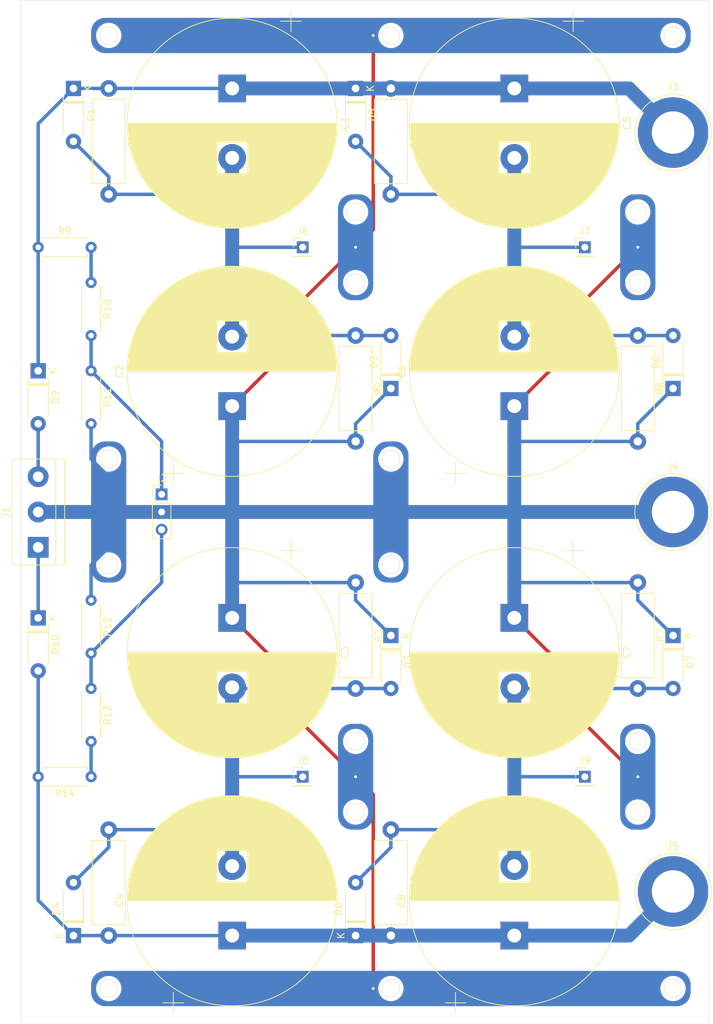
<source format=kicad_pcb>
(kicad_pcb (version 20171130) (host pcbnew "(5.1.4)-1")
  (layers (0 F.Cu signal) (31 B.Cu signal) (34 B.Paste user) (35 F.Paste user) (36 B.SilkS user) (37 F.SilkS user) (38 B.Mask user) (39 F.Mask user) (44 Edge.Cuts user))
  (net 0 "")
  (net 1 "Net-(C1-Pad2)")
  (net 2 GND)
  (net 3 "Net-(C3-Pad2)")
  (net 4 "Net-(C5-Pad2)")
  (net 5 "Net-(C7-Pad2)")
  (net 6 "Net-(J2-Pad3)")
  (net 7 "Net-(J2-Pad1)")
  (net 8 -VDC)
  (net 9 +VDC)
  (net 10 "Net-(C1-Pad1)")
  (net 11 "Net-(C4-Pad1)")
  (net 12 "Net-(R10-Pad1)")
  (net 13 "Net-(R13-Pad2)")
  (module Diode_THT:D_DO-41_SOD81_P7.62mm_Horizontal (layer F.Cu) (at 58.42 35.56 270)
    (fp_text reference D1 (at 3.81 -2.47 90) (layer F.SilkS))
    (fp_text value 1N4007)
    (fp_text user K (at 0 -2.1 90) (layer F.SilkS))
    (pad 1 thru_hole rect (at 0 0 270) (size 2.2 2.2) (drill 1.1) (layers *.Cu *.Mask) (net 10 "Net-(C1-Pad1)"))
    (pad 2 thru_hole oval (at 7.62 0 270) (size 2.2 2.2) (drill 1.1) (layers *.Cu *.Mask) (net 1 "Net-(C1-Pad2)"))
  )
  (module Diode_THT:D_DO-41_SOD81_P7.62mm_Horizontal (layer F.Cu) (at 53.34 111.76 270)
    (fp_text reference D10 (at 3.81 -2.47 90) (layer F.SilkS))
    (fp_text value 1N4007)
    (fp_text user K (at 0 -2.1 90) (layer F.SilkS))
    (pad 2 thru_hole oval (at 7.62 0 270) (size 2.2 2.2) (drill 1.1) (layers *.Cu *.Mask) (net 11 "Net-(C4-Pad1)"))
    (pad 1 thru_hole rect (at 0 0 270) (size 2.2 2.2) (drill 1.1) (layers *.Cu *.Mask) (net 8 -VDC))
  )
  (module Diode_THT:D_DO-41_SOD81_P7.62mm_Horizontal (layer F.Cu) (at 53.34 76.2 270)
    (fp_text reference D9 (at 3.81 -2.47 90) (layer F.SilkS))
    (fp_text value 1N4007)
    (fp_text user K (at 0 -2.1 90) (layer F.SilkS))
    (pad 2 thru_hole oval (at 7.62 0 270) (size 2.2 2.2) (drill 1.1) (layers *.Cu *.Mask) (net 9 +VDC))
    (pad 1 thru_hole rect (at 0 0 270) (size 2.2 2.2) (drill 1.1) (layers *.Cu *.Mask) (net 10 "Net-(C1-Pad1)"))
  )
  (module Diode_THT:D_DO-41_SOD81_P7.62mm_Horizontal (layer F.Cu) (at 99.06 157.48 90)
    (fp_text reference D8 (at 3.81 -2.47 90) (layer F.SilkS))
    (fp_text value 1N4007)
    (fp_text user K (at 0 -2.1 90) (layer F.SilkS))
    (pad 2 thru_hole oval (at 7.62 0 90) (size 2.2 2.2) (drill 1.1) (layers *.Cu *.Mask) (net 5 "Net-(C7-Pad2)"))
    (pad 1 thru_hole rect (at 0 0 90) (size 2.2 2.2) (drill 1.1) (layers *.Cu *.Mask) (net 11 "Net-(C4-Pad1)"))
  )
  (module Diode_THT:D_DO-41_SOD81_P7.62mm_Horizontal (layer F.Cu) (at 144.78 114.3 270)
    (fp_text reference D7 (at 3.81 -2.47 90) (layer F.SilkS))
    (fp_text value 1N4007)
    (fp_text user K (at 0 -2.1 90) (layer F.SilkS))
    (pad 1 thru_hole rect (at 0 0 270) (size 2.2 2.2) (drill 1.1) (layers *.Cu *.Mask) (net 2 GND))
    (pad 2 thru_hole oval (at 7.62 0 270) (size 2.2 2.2) (drill 1.1) (layers *.Cu *.Mask) (net 5 "Net-(C7-Pad2)"))
  )
  (module Diode_THT:D_DO-41_SOD81_P7.62mm_Horizontal (layer F.Cu) (at 144.78 78.74 90)
    (fp_text reference D6 (at 3.81 -2.47 90) (layer F.SilkS))
    (fp_text value 1N4007)
    (fp_text user K (at 0 -2.1 90) (layer F.SilkS))
    (pad 1 thru_hole rect (at 0 0 90) (size 2.2 2.2) (drill 1.1) (layers *.Cu *.Mask) (net 2 GND))
    (pad 2 thru_hole oval (at 7.62 0 90) (size 2.2 2.2) (drill 1.1) (layers *.Cu *.Mask) (net 4 "Net-(C5-Pad2)"))
  )
  (module Diode_THT:D_DO-41_SOD81_P7.62mm_Horizontal (layer F.Cu) (at 99.06 35.56 270)
    (fp_text reference D5 (at 3.81 -2.47 90) (layer F.SilkS))
    (fp_text value 1N4007)
    (fp_text user K (at 0 -2.1 90) (layer F.SilkS))
    (pad 2 thru_hole oval (at 7.62 0 270) (size 2.2 2.2) (drill 1.1) (layers *.Cu *.Mask) (net 4 "Net-(C5-Pad2)"))
    (pad 1 thru_hole rect (at 0 0 270) (size 2.2 2.2) (drill 1.1) (layers *.Cu *.Mask) (net 10 "Net-(C1-Pad1)"))
  )
  (module Diode_THT:D_DO-41_SOD81_P7.62mm_Horizontal (layer F.Cu) (at 58.42 157.48 90)
    (fp_text reference D4 (at 3.81 -2.47 90) (layer F.SilkS))
    (fp_text value 1N4007)
    (fp_text user K (at 0 -2.1 90) (layer F.SilkS))
    (pad 2 thru_hole oval (at 7.62 0 90) (size 2.2 2.2) (drill 1.1) (layers *.Cu *.Mask) (net 3 "Net-(C3-Pad2)"))
    (pad 1 thru_hole rect (at 0 0 90) (size 2.2 2.2) (drill 1.1) (layers *.Cu *.Mask) (net 11 "Net-(C4-Pad1)"))
  )
  (module Diode_THT:D_DO-41_SOD81_P7.62mm_Horizontal (layer F.Cu) (at 104.14 114.3 270)
    (fp_text reference D3 (at 3.81 -2.47 90) (layer F.SilkS))
    (fp_text value 1N4007)
    (fp_text user K (at 0 -2.1 90) (layer F.SilkS))
    (pad 2 thru_hole oval (at 7.62 0 270) (size 2.2 2.2) (drill 1.1) (layers *.Cu *.Mask) (net 3 "Net-(C3-Pad2)"))
    (pad 1 thru_hole rect (at 0 0 270) (size 2.2 2.2) (drill 1.1) (layers *.Cu *.Mask) (net 2 GND))
  )
  (module Diode_THT:D_DO-41_SOD81_P7.62mm_Horizontal (layer F.Cu) (at 104.14 78.74 90)
    (fp_text reference D2 (at 3.81 -2.47 90) (layer F.SilkS))
    (fp_text value 1N4007)
    (fp_text user K (at 0 -2.1 90) (layer F.SilkS))
    (pad 2 thru_hole oval (at 7.62 0 90) (size 2.2 2.2) (drill 1.1) (layers *.Cu *.Mask) (net 1 "Net-(C1-Pad2)"))
    (pad 1 thru_hole rect (at 0 0 90) (size 2.2 2.2) (drill 1.1) (layers *.Cu *.Mask) (net 2 GND))
  )
  (module Connector:Banana_Jack_1Pin (layer F.Cu) (at 144.78 96.52)
    (fp_text reference J4 (at 0 -6.5) (layer F.SilkS))
    (fp_text value "Output GND")
    (pad 1 thru_hole circle (at 0 0) (size 10.16 10.16) (drill 6.1) (layers *.Cu *.Mask) (net 2 GND))
  )
  (module Connector_PinHeader_2.54mm:PinHeader_1x01_P2.54mm_Vertical (layer F.Cu) (at 132.08 134.62)
    (fp_text reference J9 (at 0 -2.33) (layer F.SilkS))
    (fp_text value "Signal 4")
    (pad 1 thru_hole rect (at 0 0) (size 1.7 1.7) (drill 1) (layers *.Cu *.Mask) (net 5 "Net-(C7-Pad2)"))
  )
  (module Connector_PinHeader_2.54mm:PinHeader_1x01_P2.54mm_Vertical (layer F.Cu) (at 91.44 134.62)
    (fp_text reference J8 (at 0 -2.33) (layer F.SilkS))
    (fp_text value "Signal 3")
    (pad 1 thru_hole rect (at 0 0) (size 1.7 1.7) (drill 1) (layers *.Cu *.Mask) (net 3 "Net-(C3-Pad2)"))
  )
  (module Connector_PinHeader_2.54mm:PinHeader_1x01_P2.54mm_Vertical (layer F.Cu) (at 132.08 58.42)
    (fp_text reference J7 (at 0 -2.33) (layer F.SilkS))
    (fp_text value "Signal 2")
    (pad 1 thru_hole rect (at 0 0) (size 1.7 1.7) (drill 1) (layers *.Cu *.Mask) (net 4 "Net-(C5-Pad2)"))
  )
  (module Connector_PinHeader_2.54mm:PinHeader_1x01_P2.54mm_Vertical (layer F.Cu) (at 91.44 58.42)
    (fp_text reference J6 (at 0 -2.33) (layer F.SilkS))
    (fp_text value "Signal 1")
    (pad 1 thru_hole rect (at 0 0) (size 1.7 1.7) (drill 1) (layers *.Cu *.Mask) (net 1 "Net-(C1-Pad2)"))
  )
  (module Resistor_THT:R_Axial_DIN0207_L6.3mm_D2.5mm_P7.62mm_Horizontal (layer F.Cu) (at 60.96 134.62 180)
    (fp_text reference R14 (at 3.81 -2.37) (layer F.SilkS))
    (fp_text value 1M)
    (pad 2 thru_hole oval (at 7.62 0 180) (size 1.6 1.6) (drill 0.8) (layers *.Cu *.Mask) (net 11 "Net-(C4-Pad1)"))
    (pad 1 thru_hole circle (at 0 0 180) (size 1.6 1.6) (drill 0.8) (layers *.Cu *.Mask) (net 13 "Net-(R13-Pad2)"))
  )
  (module Resistor_THT:R_Axial_DIN0207_L6.3mm_D2.5mm_P7.62mm_Horizontal (layer F.Cu) (at 60.96 121.92 270)
    (fp_text reference R13 (at 3.81 -2.37 90) (layer F.SilkS))
    (fp_text value 220K)
    (pad 2 thru_hole oval (at 7.62 0 270) (size 1.6 1.6) (drill 0.8) (layers *.Cu *.Mask) (net 13 "Net-(R13-Pad2)"))
    (pad 1 thru_hole circle (at 0 0 270) (size 1.6 1.6) (drill 0.8) (layers *.Cu *.Mask) (net 6 "Net-(J2-Pad3)"))
  )
  (module Resistor_THT:R_Axial_DIN0207_L6.3mm_D2.5mm_P7.62mm_Horizontal (layer F.Cu) (at 60.96 63.5 270)
    (fp_text reference R10 (at 3.81 -2.37 90) (layer F.SilkS))
    (fp_text value 220K)
    (pad 2 thru_hole oval (at 7.62 0 270) (size 1.6 1.6) (drill 0.8) (layers *.Cu *.Mask) (net 7 "Net-(J2-Pad1)"))
    (pad 1 thru_hole circle (at 0 0 270) (size 1.6 1.6) (drill 0.8) (layers *.Cu *.Mask) (net 12 "Net-(R10-Pad1)"))
  )
  (module Resistor_THT:R_Axial_DIN0207_L6.3mm_D2.5mm_P7.62mm_Horizontal (layer F.Cu) (at 53.34 58.42)
    (fp_text reference R9 (at 3.81 -2.37) (layer F.SilkS))
    (fp_text value 1M)
    (pad 2 thru_hole oval (at 7.62 0) (size 1.6 1.6) (drill 0.8) (layers *.Cu *.Mask) (net 12 "Net-(R10-Pad1)"))
    (pad 1 thru_hole circle (at 0 0) (size 1.6 1.6) (drill 0.8) (layers *.Cu *.Mask) (net 10 "Net-(C1-Pad1)"))
  )
  (module Connector:Banana_Jack_1Pin (layer F.Cu) (at 144.78 151.13)
    (fp_text reference J5 (at 0 -6.5) (layer F.SilkS))
    (fp_text value Output-)
    (pad 1 thru_hole circle (at 0 0) (size 10.16 10.16) (drill 6.1) (layers *.Cu *.Mask) (net 11 "Net-(C4-Pad1)"))
  )
  (module Connector:Banana_Jack_1Pin (layer F.Cu) (at 144.78 41.91)
    (fp_text reference J3 (at 0 -6.5) (layer F.SilkS))
    (fp_text value Output+)
    (pad 1 thru_hole circle (at 0 0) (size 10.16 10.16) (drill 6.1) (layers *.Cu *.Mask) (net 10 "Net-(C1-Pad1)"))
  )
  (module Resistor_THT:R_Axial_DIN0207_L6.3mm_D2.5mm_P7.62mm_Horizontal (layer F.Cu) (at 60.96 109.22 270)
    (fp_text reference R12 (at 3.81 -2.37 90) (layer F.SilkS))
    (fp_text value 20K)
    (pad 2 thru_hole oval (at 7.62 0 270) (size 1.6 1.6) (drill 0.8) (layers *.Cu *.Mask) (net 6 "Net-(J2-Pad3)"))
    (pad 1 thru_hole circle (at 0 0 270) (size 1.6 1.6) (drill 0.8) (layers *.Cu *.Mask) (net 2 GND))
  )
  (module Resistor_THT:R_Axial_DIN0207_L6.3mm_D2.5mm_P7.62mm_Horizontal (layer F.Cu) (at 60.96 76.2 270)
    (fp_text reference R11 (at 3.81 -2.37 90) (layer F.SilkS))
    (fp_text value 20K)
    (pad 2 thru_hole oval (at 7.62 0 270) (size 1.6 1.6) (drill 0.8) (layers *.Cu *.Mask) (net 2 GND))
    (pad 1 thru_hole circle (at 0 0 270) (size 1.6 1.6) (drill 0.8) (layers *.Cu *.Mask) (net 7 "Net-(J2-Pad1)"))
  )
  (module Resistor_THT:R_Axial_DIN0414_L11.9mm_D4.5mm_P15.24mm_Horizontal (layer F.Cu) (at 104.14 142.24 270)
    (fp_text reference R8 (at 7.62 -3.37 90) (layer F.SilkS))
    (fp_text value 1M)
    (pad 2 thru_hole oval (at 15.24 0 270) (size 2.4 2.4) (drill 1.2) (layers *.Cu *.Mask) (net 11 "Net-(C4-Pad1)"))
    (pad 1 thru_hole circle (at 0 0 270) (size 2.4 2.4) (drill 1.2) (layers *.Cu *.Mask) (net 5 "Net-(C7-Pad2)"))
  )
  (module Resistor_THT:R_Axial_DIN0414_L11.9mm_D4.5mm_P15.24mm_Horizontal (layer F.Cu) (at 63.5 142.24 270)
    (fp_text reference R4 (at 7.62 -3.37 90) (layer F.SilkS))
    (fp_text value 1M)
    (pad 2 thru_hole oval (at 15.24 0 270) (size 2.4 2.4) (drill 1.2) (layers *.Cu *.Mask) (net 11 "Net-(C4-Pad1)"))
    (pad 1 thru_hole circle (at 0 0 270) (size 2.4 2.4) (drill 1.2) (layers *.Cu *.Mask) (net 3 "Net-(C3-Pad2)"))
  )
  (module Resistor_THT:R_Axial_DIN0414_L11.9mm_D4.5mm_P15.24mm_Horizontal (layer F.Cu) (at 139.7 106.68 270)
    (fp_text reference R7 (at 7.62 -3.37 90) (layer F.SilkS))
    (fp_text value 1M)
    (pad 2 thru_hole oval (at 15.24 0 270) (size 2.4 2.4) (drill 1.2) (layers *.Cu *.Mask) (net 5 "Net-(C7-Pad2)"))
    (pad 1 thru_hole circle (at 0 0 270) (size 2.4 2.4) (drill 1.2) (layers *.Cu *.Mask) (net 2 GND))
  )
  (module Resistor_THT:R_Axial_DIN0414_L11.9mm_D4.5mm_P15.24mm_Horizontal (layer F.Cu) (at 139.7 71.12 270)
    (fp_text reference R6 (at 7.62 -3.37 90) (layer F.SilkS))
    (fp_text value 1M)
    (pad 2 thru_hole oval (at 15.24 0 270) (size 2.4 2.4) (drill 1.2) (layers *.Cu *.Mask) (net 2 GND))
    (pad 1 thru_hole circle (at 0 0 270) (size 2.4 2.4) (drill 1.2) (layers *.Cu *.Mask) (net 4 "Net-(C5-Pad2)"))
  )
  (module Resistor_THT:R_Axial_DIN0414_L11.9mm_D4.5mm_P15.24mm_Horizontal (layer F.Cu) (at 99.06 71.12 270)
    (fp_text reference R2 (at 7.62 -3.37 90) (layer F.SilkS))
    (fp_text value 1M)
    (pad 2 thru_hole oval (at 15.24 0 270) (size 2.4 2.4) (drill 1.2) (layers *.Cu *.Mask) (net 2 GND))
    (pad 1 thru_hole circle (at 0 0 270) (size 2.4 2.4) (drill 1.2) (layers *.Cu *.Mask) (net 1 "Net-(C1-Pad2)"))
  )
  (module Resistor_THT:R_Axial_DIN0414_L11.9mm_D4.5mm_P15.24mm_Horizontal (layer F.Cu) (at 99.06 106.68 270)
    (fp_text reference R3 (at 7.62 -3.37 90) (layer F.SilkS))
    (fp_text value 1M)
    (pad 2 thru_hole oval (at 15.24 0 270) (size 2.4 2.4) (drill 1.2) (layers *.Cu *.Mask) (net 3 "Net-(C3-Pad2)"))
    (pad 1 thru_hole circle (at 0 0 270) (size 2.4 2.4) (drill 1.2) (layers *.Cu *.Mask) (net 2 GND))
  )
  (module Resistor_THT:R_Axial_DIN0414_L11.9mm_D4.5mm_P15.24mm_Horizontal (layer F.Cu) (at 104.14 35.56 270)
    (fp_text reference R5 (at 7.62 -3.37 90) (layer F.SilkS))
    (fp_text value 1M)
    (pad 2 thru_hole oval (at 15.24 0 270) (size 2.4 2.4) (drill 1.2) (layers *.Cu *.Mask) (net 4 "Net-(C5-Pad2)"))
    (pad 1 thru_hole circle (at 0 0 270) (size 2.4 2.4) (drill 1.2) (layers *.Cu *.Mask) (net 10 "Net-(C1-Pad1)"))
  )
  (module Resistor_THT:R_Axial_DIN0414_L11.9mm_D4.5mm_P15.24mm_Horizontal (layer F.Cu) (at 63.5 35.56 270)
    (fp_text reference R1 (at 7.62 -3.37 90) (layer F.SilkS))
    (fp_text value 1M)
    (pad 2 thru_hole oval (at 15.24 0 270) (size 2.4 2.4) (drill 1.2) (layers *.Cu *.Mask) (net 1 "Net-(C1-Pad2)"))
    (pad 1 thru_hole circle (at 0 0 270) (size 2.4 2.4) (drill 1.2) (layers *.Cu *.Mask) (net 10 "Net-(C1-Pad1)"))
  )
  (module Capacitor_THT:CP_Radial_D30.0mm_P10.00mm_SnapIn (layer F.Cu) (at 121.92 111.76 270)
    (fp_text reference C7 (at 5 -16.25 90) (layer F.SilkS))
    (fp_text value 330uF)
    (pad 1 thru_hole rect (at 0 0 270) (size 4 4) (drill 2) (layers *.Cu *.Mask) (net 2 GND))
    (pad 2 thru_hole circle (at 10 0 270) (size 4 4) (drill 2) (layers *.Cu *.Mask) (net 5 "Net-(C7-Pad2)"))
  )
  (module Capacitor_THT:CP_Radial_D30.0mm_P10.00mm_SnapIn (layer F.Cu) (at 121.92 157.48 90)
    (fp_text reference C8 (at 5 -16.25 90) (layer F.SilkS))
    (fp_text value 330uF)
    (pad 1 thru_hole rect (at 0 0 90) (size 4 4) (drill 2) (layers *.Cu *.Mask) (net 11 "Net-(C4-Pad1)"))
    (pad 2 thru_hole circle (at 10 0 90) (size 4 4) (drill 2) (layers *.Cu *.Mask) (net 5 "Net-(C7-Pad2)"))
  )
  (module Connector_PinHeader_2.54mm:PinHeader_1x03_P2.54mm_Vertical (layer F.Cu) (at 71.12 93.98)
    (fp_text reference J2 (at 0 -2.33) (layer F.SilkS))
    (fp_text value "To Feedback")
    (pad 1 thru_hole rect (at 0 0) (size 1.7 1.7) (drill 1) (layers *.Cu *.Mask) (net 7 "Net-(J2-Pad1)"))
    (pad 2 thru_hole oval (at 0 2.54) (size 1.7 1.7) (drill 1) (layers *.Cu *.Mask) (net 2 GND))
    (pad 3 thru_hole oval (at 0 5.08) (size 1.7 1.7) (drill 1) (layers *.Cu *.Mask) (net 6 "Net-(J2-Pad3)"))
  )
  (module TerminalBlock:TerminalBlock_bornier-3_P5.08mm (layer F.Cu) (at 53.34 101.6 90)
    (fp_text reference J1 (at 5.05 -4.65 90) (layer F.SilkS))
    (fp_text value "+-390V in")
    (pad 3 thru_hole circle (at 10.16 0 90) (size 3 3) (drill 1.52) (layers *.Cu *.Mask) (net 9 +VDC))
    (pad 2 thru_hole circle (at 5.08 0 90) (size 3 3) (drill 1.52) (layers *.Cu *.Mask) (net 2 GND))
    (pad 1 thru_hole rect (at 0 0 90) (size 3 3) (drill 1.52) (layers *.Cu *.Mask) (net 8 -VDC))
  )
  (module Capacitor_THT:CP_Radial_D30.0mm_P10.00mm_SnapIn (layer F.Cu) (at 121.92 81.28 90)
    (fp_text reference C6 (at 5 -16.25 90) (layer F.SilkS))
    (fp_text value 330uF)
    (pad 1 thru_hole rect (at 0 0 90) (size 4 4) (drill 2) (layers *.Cu *.Mask) (net 2 GND))
    (pad 2 thru_hole circle (at 10 0 90) (size 4 4) (drill 2) (layers *.Cu *.Mask) (net 4 "Net-(C5-Pad2)"))
  )
  (module Capacitor_THT:CP_Radial_D30.0mm_P10.00mm_SnapIn (layer F.Cu) (at 121.92 35.56 270)
    (fp_text reference C5 (at 5 -16.25 90) (layer F.SilkS))
    (fp_text value 330uF)
    (pad 1 thru_hole rect (at 0 0 270) (size 4 4) (drill 2) (layers *.Cu *.Mask) (net 10 "Net-(C1-Pad1)"))
    (pad 2 thru_hole circle (at 10 0 270) (size 4 4) (drill 2) (layers *.Cu *.Mask) (net 4 "Net-(C5-Pad2)"))
  )
  (module Capacitor_THT:CP_Radial_D30.0mm_P10.00mm_SnapIn (layer F.Cu) (at 81.28 157.48 90)
    (fp_text reference C4 (at 5 -16.25 90) (layer F.SilkS))
    (fp_text value 330uF)
    (pad 1 thru_hole rect (at 0 0 90) (size 4 4) (drill 2) (layers *.Cu *.Mask) (net 11 "Net-(C4-Pad1)"))
    (pad 2 thru_hole circle (at 10 0 90) (size 4 4) (drill 2) (layers *.Cu *.Mask) (net 3 "Net-(C3-Pad2)"))
  )
  (module Capacitor_THT:CP_Radial_D30.0mm_P10.00mm_SnapIn (layer F.Cu) (at 81.28 111.76 270)
    (fp_text reference C3 (at 5 -16.25 90) (layer F.SilkS))
    (fp_text value 330uF)
    (pad 1 thru_hole rect (at 0 0 270) (size 4 4) (drill 2) (layers *.Cu *.Mask) (net 2 GND))
    (pad 2 thru_hole circle (at 10 0 270) (size 4 4) (drill 2) (layers *.Cu *.Mask) (net 3 "Net-(C3-Pad2)"))
  )
  (module Capacitor_THT:CP_Radial_D30.0mm_P10.00mm_SnapIn (layer F.Cu) (at 81.28 81.28 90)
    (fp_text reference C2 (at 5 -16.25 90) (layer F.SilkS))
    (fp_text value 330uF)
    (pad 1 thru_hole rect (at 0 0 90) (size 4 4) (drill 2) (layers *.Cu *.Mask) (net 2 GND))
    (pad 2 thru_hole circle (at 10 0 90) (size 4 4) (drill 2) (layers *.Cu *.Mask) (net 1 "Net-(C1-Pad2)"))
  )
  (module Capacitor_THT:CP_Radial_D30.0mm_P10.00mm_SnapIn (layer F.Cu) (at 81.28 35.56 270)
    (fp_text reference C1 (at 5 -16.25 90) (layer F.SilkS))
    (fp_text value 330uF)
    (pad 1 thru_hole rect (at 0 0 270) (size 4 4) (drill 2) (layers *.Cu *.Mask) (net 10 "Net-(C1-Pad1)"))
    (pad 2 thru_hole circle (at 10 0 270) (size 4 4) (drill 2) (layers *.Cu *.Mask) (net 1 "Net-(C1-Pad2)"))
  )
  (gr_circle (center 63.5 88.9) (end 64.77 88.9) (layer Edge.Cuts) (width 0.05))
  (gr_circle (center 63.5 104.14) (end 64.77 104.14) (layer Edge.Cuts) (width 0.05))
  (gr_line (start 149.86 170.18) (end 50.8 170.18) (layer Edge.Cuts) (width 0.05))
  (gr_line (start 149.86 22.86) (end 50.8 22.86) (layer Edge.Cuts) (width 0.05))
  (gr_circle (center 99.06 63.5) (end 100.33 63.5) (layer Edge.Cuts) (width 0.05))
  (gr_circle (center 99.06 53.34) (end 100.33 53.34) (layer Edge.Cuts) (width 0.05))
  (gr_circle (center 63.5 27.94) (end 62.23 27.94) (layer Edge.Cuts) (width 0.05))
  (gr_circle (center 139.7 139.7) (end 140.97 139.7) (layer Edge.Cuts) (width 0.05))
  (gr_circle (center 139.7 129.54) (end 140.97 129.54) (layer Edge.Cuts) (width 0.05))
  (gr_circle (center 104.14 165.1) (end 105.41 165.1) (layer Edge.Cuts) (width 0.05))
  (gr_circle (center 99.06 139.7) (end 100.33 139.7) (layer Edge.Cuts) (width 0.05))
  (gr_circle (center 99.06 129.54) (end 100.33 129.54) (layer Edge.Cuts) (width 0.05))
  (gr_circle (center 104.14 104.14) (end 105.41 104.14) (layer Edge.Cuts) (width 0.05))
  (gr_circle (center 139.7 63.5) (end 140.97 63.5) (layer Edge.Cuts) (width 0.05))
  (gr_circle (center 104.14 88.9) (end 105.41 88.9) (layer Edge.Cuts) (width 0.05))
  (gr_circle (center 139.7 53.34) (end 140.97 53.34) (layer Edge.Cuts) (width 0.05))
  (gr_circle (center 104.14 27.94) (end 104.14 29.21) (layer Edge.Cuts) (width 0.05))
  (gr_circle (center 63.5 165.1) (end 62.23 165.1) (layer Edge.Cuts) (width 0.05))
  (gr_circle (center 144.78 165.1) (end 146.05 165.1) (layer Edge.Cuts) (width 0.05))
  (gr_circle (center 144.78 27.94) (end 146.05 27.94) (layer Edge.Cuts) (width 0.05))
  (gr_line (start 50.8 170.18) (end 50.8 22.86) (layer Edge.Cuts) (width 0.05))
  (gr_line (start 149.86 22.86) (end 149.86 170.18) (layer Edge.Cuts) (width 0.05))
  (segment (start 91.44 58.42) (end 81.28 58.42) (width 0.5) (layer B.Cu) (net 1))
  (segment (start 81.28 58.42) (end 81.28 71.28) (width 2) (layer B.Cu) (net 1))
  (segment (start 81.28 50.8) (end 81.28 58.42) (width 2) (layer B.Cu) (net 1))
  (segment (start 81.28 45.56) (end 81.28 50.8) (width 2) (layer B.Cu) (net 1))
  (segment (start 81.28 50.8) (end 63.5 50.8) (width 0.5) (layer B.Cu) (net 1))
  (segment (start 104.14 71.12) (end 99.06 71.12) (width 0.5) (layer B.Cu) (net 1))
  (segment (start 81.44 71.12) (end 81.28 71.28) (width 0.5) (layer B.Cu) (net 1))
  (segment (start 99.06 71.12) (end 81.44 71.12) (width 0.5) (layer B.Cu) (net 1))
  (segment (start 63.5 50.8) (end 63.5 48.26) (width 0.5) (layer B.Cu) (net 1))
  (segment (start 63.5 48.26) (end 58.42 43.18) (width 0.5) (layer B.Cu) (net 1))
  (via (at 101.6 27.94) (size 0.8) (drill 0.4) (layers F.Cu B.Cu) (net 2))
  (via (at 101.6 165.1) (size 0.8) (drill 0.4) (layers F.Cu B.Cu) (net 2))
  (via (at 99.06 58.42) (size 0.8) (drill 0.4) (layers F.Cu B.Cu) (net 2))
  (via (at 99.06 134.62) (size 0.8) (drill 0.4) (layers F.Cu B.Cu) (net 2))
  (segment (start 121.92 81.28) (end 132.08 71.12) (width 0.5) (layer F.Cu) (net 2))
  (via (at 139.7 58.42) (size 0.8) (drill 0.4) (layers F.Cu B.Cu) (net 2))
  (segment (start 81.28 81.28) (end 91.44 71.12) (width 0.5) (layer F.Cu) (net 2))
  (via (at 139.7 134.62) (size 0.8) (drill 0.4) (layers F.Cu B.Cu) (net 2))
  (segment (start 121.92 111.76) (end 132.08 121.92) (width 0.5) (layer F.Cu) (net 2))
  (segment (start 81.28 111.76) (end 91.44 121.92) (width 0.5) (layer F.Cu) (net 2))
  (segment (start 120.65 111.76) (end 121.92 111.76) (width 0.5) (layer B.Cu) (net 2))
  (segment (start 120.65 81.28) (end 121.92 81.28) (width 0.5) (layer B.Cu) (net 2))
  (segment (start 80.01 111.76) (end 81.28 111.76) (width 0.5) (layer B.Cu) (net 2))
  (segment (start 80.01 81.28) (end 80.01 80.01) (width 0.5) (layer B.Cu) (net 2))
  (segment (start 80.01 81.28) (end 81.28 81.28) (width 0.5) (layer B.Cu) (net 2))
  (segment (start 121.92 81.28) (end 121.92 86.36) (width 2) (layer B.Cu) (net 2))
  (segment (start 81.28 86.36) (end 81.28 81.28) (width 2) (layer B.Cu) (net 2))
  (segment (start 81.28 111.76) (end 81.28 106.68) (width 2) (layer B.Cu) (net 2))
  (segment (start 121.92 106.68) (end 121.92 111.76) (width 2) (layer B.Cu) (net 2))
  (segment (start 60.96 88.9) (end 63.5 91.44) (width 0.5) (layer B.Cu) (net 2))
  (segment (start 60.96 104.14) (end 63.5 101.6) (width 0.5) (layer B.Cu) (net 2))
  (segment (start 53.34 96.52) (end 63.5 96.52) (width 2) (layer B.Cu) (net 2))
  (segment (start 63.5 96.52) (end 68.58 96.52) (width 2) (layer B.Cu) (net 2))
  (segment (start 91.44 66.04) (end 99.06 58.42) (width 0.5) (layer F.Cu) (net 2))
  (segment (start 91.44 71.12) (end 91.44 66.04) (width 0.5) (layer F.Cu) (net 2))
  (segment (start 99.06 58.42) (end 101.6 55.88) (width 0.5) (layer F.Cu) (net 2))
  (segment (start 101.6 55.88) (end 101.6 27.94) (width 0.5) (layer F.Cu) (net 2))
  (segment (start 132.08 66.04) (end 139.7 58.42) (width 0.5) (layer F.Cu) (net 2))
  (segment (start 132.08 71.12) (end 132.08 66.04) (width 0.5) (layer F.Cu) (net 2))
  (segment (start 132.08 127) (end 139.7 134.62) (width 0.5) (layer F.Cu) (net 2))
  (segment (start 132.08 121.92) (end 132.08 127) (width 0.5) (layer F.Cu) (net 2))
  (segment (start 91.44 127) (end 99.06 134.62) (width 0.5) (layer F.Cu) (net 2))
  (segment (start 91.44 121.92) (end 91.44 127) (width 0.5) (layer F.Cu) (net 2))
  (segment (start 99.06 134.62) (end 101.6 137.16) (width 0.5) (layer F.Cu) (net 2))
  (segment (start 101.6 137.16) (end 101.6 165.1) (width 0.5) (layer F.Cu) (net 2))
  (segment (start 81.28 86.36) (end 81.28 96.52) (width 2) (layer B.Cu) (net 2))
  (segment (start 81.28 106.68) (end 81.28 96.52) (width 2) (layer B.Cu) (net 2))
  (segment (start 68.58 96.52) (end 81.28 96.52) (width 2) (layer B.Cu) (net 2))
  (segment (start 121.92 96.52) (end 104.14 96.52) (width 2) (layer B.Cu) (net 2))
  (segment (start 121.92 96.52) (end 121.92 106.68) (width 2) (layer B.Cu) (net 2))
  (segment (start 121.92 86.36) (end 121.92 96.52) (width 2) (layer B.Cu) (net 2))
  (segment (start 81.28 96.52) (end 104.14 96.52) (width 2) (layer B.Cu) (net 2))
  (segment (start 121.92 96.52) (end 144.78 96.52) (width 2) (layer B.Cu) (net 2))
  (segment (start 60.96 83.82) (end 60.96 88.9) (width 0.5) (layer B.Cu) (net 2))
  (segment (start 60.96 109.22) (end 60.96 104.14) (width 0.5) (layer B.Cu) (net 2))
  (segment (start 139.7 86.36) (end 121.92 86.36) (width 0.5) (layer B.Cu) (net 2))
  (segment (start 99.06 106.68) (end 81.28 106.68) (width 0.5) (layer B.Cu) (net 2))
  (segment (start 139.7 106.68) (end 121.92 106.68) (width 0.5) (layer B.Cu) (net 2))
  (segment (start 144.78 114.3) (end 139.7 109.22) (width 0.5) (layer B.Cu) (net 2))
  (segment (start 139.7 109.22) (end 139.7 106.68) (width 0.5) (layer B.Cu) (net 2))
  (segment (start 144.78 78.74) (end 139.7 83.82) (width 0.5) (layer B.Cu) (net 2))
  (segment (start 139.7 83.82) (end 139.7 86.36) (width 0.5) (layer B.Cu) (net 2))
  (segment (start 99.06 86.36) (end 99.06 83.82) (width 0.5) (layer B.Cu) (net 2))
  (segment (start 99.06 83.82) (end 104.14 78.74) (width 0.5) (layer B.Cu) (net 2))
  (segment (start 104.14 114.3) (end 99.06 109.22) (width 0.5) (layer B.Cu) (net 2))
  (segment (start 99.06 109.22) (end 99.06 106.68) (width 0.5) (layer B.Cu) (net 2))
  (segment (start 99.06 86.36) (end 81.28 86.36) (width 0.5) (layer B.Cu) (net 2))
  (segment (start 81.28 121.76) (end 81.28 134.62) (width 2) (layer B.Cu) (net 3))
  (segment (start 91.44 134.62) (end 81.28 134.62) (width 0.5) (layer B.Cu) (net 3))
  (segment (start 81.28 134.62) (end 81.28 142.24) (width 2) (layer B.Cu) (net 3))
  (segment (start 81.28 142.24) (end 81.28 147.48) (width 2) (layer B.Cu) (net 3))
  (segment (start 104.14 121.92) (end 99.06 121.92) (width 0.5) (layer B.Cu) (net 3))
  (segment (start 99.06 121.92) (end 81.44 121.92) (width 0.5) (layer B.Cu) (net 3))
  (segment (start 63.5 142.24) (end 81.28 142.24) (width 0.5) (layer B.Cu) (net 3))
  (segment (start 58.42 149.86) (end 63.5 144.78) (width 0.5) (layer B.Cu) (net 3))
  (segment (start 63.5 144.78) (end 63.5 142.24) (width 0.5) (layer B.Cu) (net 3))
  (segment (start 121.92 58.42) (end 121.92 71.28) (width 2) (layer B.Cu) (net 4))
  (segment (start 121.92 58.42) (end 132.08 58.42) (width 0.5) (layer B.Cu) (net 4))
  (segment (start 121.92 45.56) (end 121.92 50.8) (width 2) (layer B.Cu) (net 4))
  (segment (start 121.92 50.8) (end 121.92 58.42) (width 2) (layer B.Cu) (net 4))
  (segment (start 104.14 50.8) (end 121.92 50.8) (width 0.5) (layer B.Cu) (net 4))
  (segment (start 144.78 71.12) (end 139.7 71.12) (width 0.5) (layer B.Cu) (net 4))
  (segment (start 139.7 71.12) (end 122.08 71.12) (width 0.5) (layer B.Cu) (net 4))
  (segment (start 104.14 50.8) (end 104.14 48.26) (width 0.5) (layer B.Cu) (net 4))
  (segment (start 104.14 48.26) (end 99.06 43.18) (width 0.5) (layer B.Cu) (net 4))
  (segment (start 121.92 121.76) (end 121.92 134.62) (width 2) (layer B.Cu) (net 5))
  (segment (start 121.92 134.62) (end 132.08 134.62) (width 0.5) (layer B.Cu) (net 5))
  (segment (start 121.92 134.62) (end 121.92 142.24) (width 2) (layer B.Cu) (net 5))
  (segment (start 121.92 142.24) (end 121.92 147.48) (width 2) (layer B.Cu) (net 5))
  (segment (start 139.7 121.92) (end 122.08 121.92) (width 0.5) (layer B.Cu) (net 5))
  (segment (start 144.78 121.92) (end 139.7 121.92) (width 0.5) (layer B.Cu) (net 5))
  (segment (start 104.14 142.24) (end 121.92 142.24) (width 0.5) (layer B.Cu) (net 5))
  (segment (start 99.06 149.86) (end 104.14 144.78) (width 0.5) (layer B.Cu) (net 5))
  (segment (start 104.14 144.78) (end 104.14 142.24) (width 0.5) (layer B.Cu) (net 5))
  (segment (start 60.96 121.92) (end 60.96 116.84) (width 0.5) (layer B.Cu) (net 6))
  (segment (start 60.96 116.84) (end 71.12 106.68) (width 0.5) (layer B.Cu) (net 6))
  (segment (start 71.12 106.68) (end 71.12 99.06) (width 0.5) (layer B.Cu) (net 6))
  (segment (start 60.96 76.2) (end 71.12 86.36) (width 0.5) (layer B.Cu) (net 7))
  (segment (start 71.12 86.36) (end 71.12 93.98) (width 0.5) (layer B.Cu) (net 7))
  (segment (start 60.96 76.2) (end 60.96 71.12) (width 0.5) (layer B.Cu) (net 7))
  (segment (start 53.34 111.76) (end 53.34 101.6) (width 0.5) (layer B.Cu) (net 8))
  (segment (start 53.34 83.82) (end 53.34 91.44) (width 0.5) (layer B.Cu) (net 9))
  (segment (start 116.84 35.56) (end 120.65 35.56) (width 2) (layer B.Cu) (net 10))
  (segment (start 138.43 35.56) (end 144.78 41.91) (width 2) (layer B.Cu) (net 10))
  (segment (start 81.28 35.56) (end 86.36 35.56) (width 2) (layer B.Cu) (net 10))
  (segment (start 86.36 35.56) (end 116.84 35.56) (width 2) (layer B.Cu) (net 10))
  (segment (start 121.92 35.56) (end 127 35.56) (width 2) (layer B.Cu) (net 10))
  (segment (start 127 35.56) (end 138.43 35.56) (width 2) (layer B.Cu) (net 10))
  (segment (start 53.34 76.2) (end 53.34 58.42) (width 0.5) (layer B.Cu) (net 10))
  (segment (start 53.34 40.64) (end 58.42 35.56) (width 0.5) (layer B.Cu) (net 10))
  (segment (start 53.34 58.42) (end 53.34 40.64) (width 0.5) (layer B.Cu) (net 10))
  (segment (start 58.42 35.56) (end 63.5 35.56) (width 0.5) (layer B.Cu) (net 10))
  (segment (start 63.5 35.56) (end 81.28 35.56) (width 0.5) (layer B.Cu) (net 10))
  (segment (start 81.28 157.48) (end 86.36 157.48) (width 2) (layer B.Cu) (net 11))
  (segment (start 138.43 157.48) (end 144.78 151.13) (width 2) (layer B.Cu) (net 11))
  (segment (start 86.36 157.48) (end 116.84 157.48) (width 2) (layer B.Cu) (net 11))
  (segment (start 116.84 157.48) (end 121.92 157.48) (width 2) (layer B.Cu) (net 11))
  (segment (start 121.92 157.48) (end 127 157.48) (width 2) (layer B.Cu) (net 11))
  (segment (start 127 157.48) (end 138.43 157.48) (width 2) (layer B.Cu) (net 11))
  (segment (start 53.34 119.38) (end 53.34 134.62) (width 0.5) (layer B.Cu) (net 11))
  (segment (start 53.34 152.4) (end 58.42 157.48) (width 0.5) (layer B.Cu) (net 11))
  (segment (start 53.34 134.62) (end 53.34 152.4) (width 0.5) (layer B.Cu) (net 11))
  (segment (start 58.42 157.48) (end 81.28 157.48) (width 0.5) (layer B.Cu) (net 11))
  (segment (start 60.96 63.5) (end 60.96 58.42) (width 0.5) (layer B.Cu) (net 12))
  (segment (start 60.96 134.62) (end 60.96 129.54) (width 0.5) (layer B.Cu) (net 13))
  (zone (net 2) (net_name GND) (layer B.Cu) (connect_pads (clearance 0.508)) (min_thickness 0.254) (fill yes (arc_segments 32) (thermal_gap 0.508) (thermal_bridge_width 0.508) (smoothing fillet) (radius 2))
    (polygon (pts (xy 137.16 50.8) (xy 142.24 50.8) (xy 142.24 66.04) (xy 137.16 66.04)))
  )
  (zone (net 2) (net_name GND) (layer B.Cu) (connect_pads (clearance 0.508)) (min_thickness 0.254) (fill yes (arc_segments 32) (thermal_gap 0.508) (thermal_bridge_width 0.508) (smoothing fillet) (radius 2))
    (polygon (pts (xy 137.16 127) (xy 142.24 127) (xy 142.24 142.24) (xy 137.16 142.24)))
  )
  (zone (net 2) (net_name GND) (layer B.Cu) (connect_pads (clearance 0.508)) (min_thickness 0.254) (fill yes (arc_segments 32) (thermal_gap 0.508) (thermal_bridge_width 0.508) (smoothing fillet) (radius 2))
    (polygon (pts (xy 96.52 127) (xy 101.6 127) (xy 101.6 142.24) (xy 96.52 142.24)))
  )
  (zone (net 2) (net_name GND) (layer B.Cu) (connect_pads (clearance 0.508)) (min_thickness 0.254) (fill yes (arc_segments 32) (thermal_gap 0.508) (thermal_bridge_width 0.508) (smoothing fillet) (radius 2))
    (polygon (pts (xy 60.96 86.36) (xy 66.04 86.36) (xy 66.04 106.68) (xy 60.96 106.68)))
  )
  (zone (net 2) (net_name GND) (layer B.Cu) (connect_pads (clearance 0.508)) (min_thickness 0.254) (fill yes (arc_segments 32) (thermal_gap 0.508) (thermal_bridge_width 0.508) (smoothing fillet) (radius 2))
    (polygon (pts (xy 96.52 50.8) (xy 101.6 50.8) (xy 101.6 66.04) (xy 96.52 66.04)))
  )
  (zone (net 2) (net_name GND) (layer B.Cu) (connect_pads (clearance 0.508)) (min_thickness 0.254) (fill yes (arc_segments 32) (thermal_gap 0.508) (thermal_bridge_width 0.508) (smoothing fillet) (radius 2))
    (polygon (pts (xy 60.96 162.56) (xy 147.32 162.56) (xy 147.32 167.64) (xy 60.96 167.64)))
  )
  (zone (net 2) (net_name GND) (layer B.Cu) (connect_pads (clearance 0.508)) (min_thickness 0.254) (fill yes (arc_segments 32) (thermal_gap 0.508) (thermal_bridge_width 0.508) (smoothing fillet) (radius 2))
    (polygon (pts (xy 60.96 25.4) (xy 147.32 25.4) (xy 147.32 30.48) (xy 60.96 30.48)))
  )
  (zone (net 2) (net_name GND) (layer B.Cu) (connect_pads (clearance 0.508)) (min_thickness 0.254) (fill yes (arc_segments 32) (thermal_gap 0.508) (thermal_bridge_width 0.508) (smoothing fillet) (radius 2))
    (polygon (pts (xy 101.6 86.36) (xy 106.68 86.36) (xy 106.68 106.68) (xy 101.6 106.68)))
  )
)
</source>
